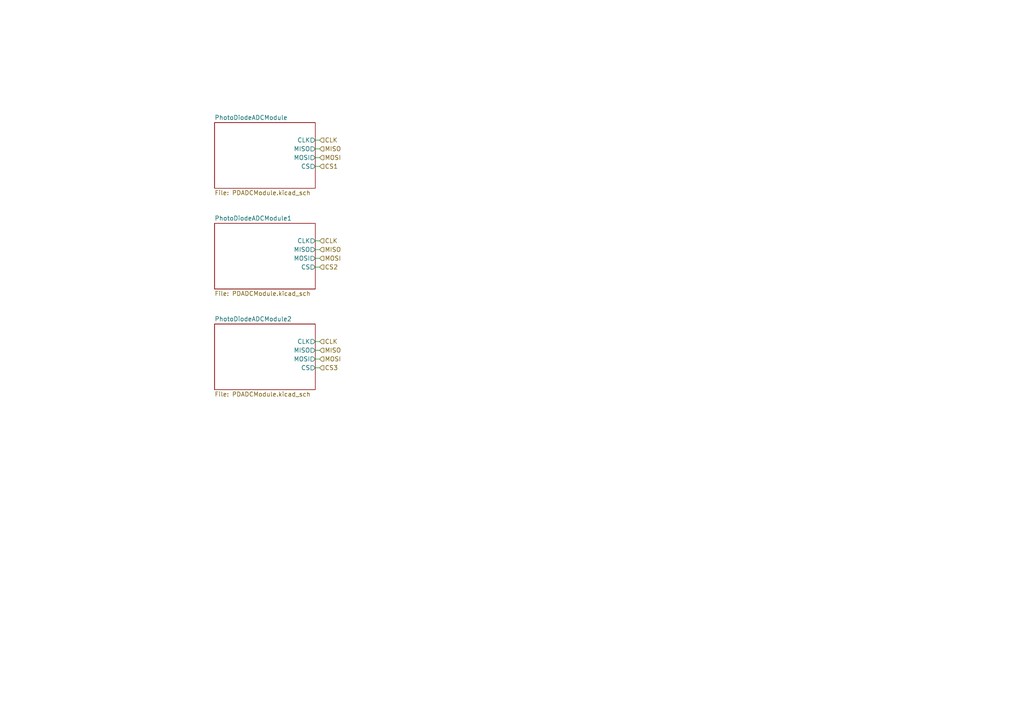
<source format=kicad_sch>
(kicad_sch (version 20230121) (generator eeschema)
  (paper "A4")
  (lib_symbols)
  (wire (pts (xy 91.44 101.6) (xy 92.71 101.6)))
  (wire (pts (xy 91.44 104.14) (xy 92.71 104.14)))
  (wire (pts (xy 91.44 106.68) (xy 92.71 106.68)))
  (wire (pts (xy 91.44 69.85) (xy 92.71 69.85)))
  (wire (pts (xy 91.44 99.06) (xy 92.71 99.06)))
  (wire (pts (xy 91.44 74.93) (xy 92.71 74.93)))
  (wire (pts (xy 91.44 45.72) (xy 92.71 45.72)))
  (wire (pts (xy 91.44 43.18) (xy 92.71 43.18)))
  (wire (pts (xy 91.44 77.47) (xy 92.71 77.47)))
  (wire (pts (xy 91.44 48.26) (xy 92.71 48.26)))
  (wire (pts (xy 91.44 72.39) (xy 92.71 72.39)))
  (wire (pts (xy 91.44 40.64) (xy 92.71 40.64)))
  (hierarchical_label "MOSI" (shape input) (at 92.71 104.14 0))
  (hierarchical_label "MISO" (shape input) (at 92.71 72.39 0))
  (hierarchical_label "CLK" (shape input) (at 92.71 69.85 0))
  (hierarchical_label "CS3" (shape input) (at 92.71 106.68 0))
  (hierarchical_label "CLK" (shape input) (at 92.71 40.64 0))
  (hierarchical_label "MOSI" (shape input) (at 92.71 74.93 0))
  (hierarchical_label "MOSI" (shape input) (at 92.71 45.72 0))
  (hierarchical_label "CLK" (shape input) (at 92.71 99.06 0))
  (hierarchical_label "CS1" (shape input) (at 92.71 48.26 0))
  (hierarchical_label "CS2" (shape input) (at 92.71 77.47 0))
  (hierarchical_label "MISO" (shape input) (at 92.71 101.6 0))
  (hierarchical_label "MISO" (shape input) (at 92.71 43.18 0))
  (sheet (at 62.23 35.56) (size 29.21 19.05) (stroke (width 0.1524))
    (property "Sheetname" "PhotoDiodeADCModule" (at 62.23 34.8484 0) (effects (justify left bottom)))
    (property "Sheetfile" "PDADCModule.kicad_sch" (at 62.23 55.1946 0) (effects (justify left top)))
    (pin "CLK" output (at 91.44 40.64 0))
    (pin "MISO" output (at 91.44 43.18 0))
    (pin "MOSI" output (at 91.44 45.72 0))
    (pin "CS" output (at 91.44 48.26 0))
  )
  (sheet (at 62.23 64.77) (size 29.21 19.05) (stroke (width 0.1524))
    (property "Sheetname" "PhotoDiodeADCModule1" (at 62.23 64.0584 0) (effects (justify left bottom)))
    (property "Sheetfile" "PDADCModule.kicad_sch" (at 62.23 84.4046 0) (effects (justify left top)))
    (pin "CLK" output (at 91.44 69.85 0))
    (pin "MISO" output (at 91.44 72.39 0))
    (pin "MOSI" output (at 91.44 74.93 0))
    (pin "CS" output (at 91.44 77.47 0))
  )
  (sheet (at 62.23 93.98) (size 29.21 19.05) (stroke (width 0.1524))
    (property "Sheetname" "PhotoDiodeADCModule2" (at 62.23 93.2684 0) (effects (justify left bottom)))
    (property "Sheetfile" "PDADCModule.kicad_sch" (at 62.23 113.6146 0) (effects (justify left top)))
    (pin "CLK" output (at 91.44 99.06 0))
    (pin "MISO" output (at 91.44 101.6 0))
    (pin "MOSI" output (at 91.44 104.14 0))
    (pin "CS" output (at 91.44 106.68 0))
  )
)
</source>
